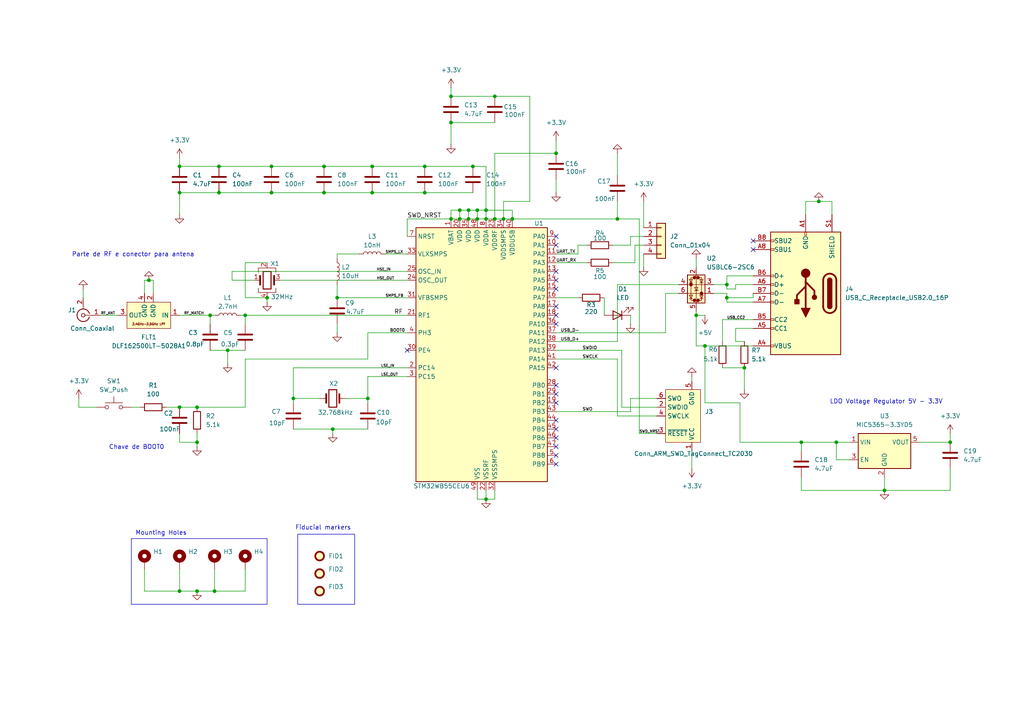
<source format=kicad_sch>
(kicad_sch (version 20231120) (generator "eeschema") (generator_version "8.0")
  (paper "A4")
  (title_block (title "Placa Bluetooth STM32WB55CEU6") (date "2024-10-28") (rev "1") (company "André Marantes"))
  (lib_symbols
    (symbol "BluetoothBoardSTM32_SchematicSymbols:DLF162500LT-5028A1"
      (property "Reference" "FLT" (at -2.286 5.588 0))
      (property "Value" "DLF162500LT-5028A1" (at -1.524 3.81 0))
      (symbol "DLF162500LT-5028A1_0_0"
        (pin passive line (at -11.43 -1.27 0) (length 2.54) (name "IN") (number "1"))
        (pin passive line (at -3.81 -7.62 90) (length 2.54) (name "GND") (number "2"))
        (pin passive line (at 6.35 -1.27 180) (length 2.54) (name "OUT") (number "3"))
        (pin passive line (at -1.27 -7.62 90) (length 2.54) (name "GND") (number "4"))
      )
      (symbol "DLF162500LT-5028A1_1_1"
        (text "2.4GHz-2.5GHz LPF" (at -2.54 1.27 0) (effects (font (size 0.635 0.635))))
      )
    )
    (symbol "Connector:Conn_ARM_SWD_TagConnect_TC2030" (in_bom no)
      (property "Reference" "J" (at 2.54 11.43 0))
      (property "Value" "Conn_ARM_SWD_TagConnect_TC2030" (at 5.08 8.89 0))
      (symbol "Conn_ARM_SWD_TagConnect_TC2030_0_0"
        (pin power_in line (at -2.54 10.16 270) (length 2.54) (name "VCC") (number "1"))
        (pin bidirectional line (at 7.62 -2.54 180) (length 2.54) (name "SWDIO") (number "2"))
        (pin open_collector line (at 7.62 5.08 180) (length 2.54) (name "~{RESET}") (number "3"))
        (pin output line (at 7.62 0 180) (length 2.54) (name "SWCLK") (number "4"))
        (pin power_in line (at -2.54 -10.16 90) (length 2.54) (name "GND") (number "5"))
        (pin input line (at 7.62 -5.08 180) (length 2.54) (name "SWO") (number "6"))
      )
    )
    (symbol "Connector:Conn_Coaxial" (pin_names (offset 1.016) hide)
      (property "Reference" "J" (at 0.254 3.048 0))
      (property "Value" "Conn_Coaxial" (at 2.921 0 90))
      (symbol "Conn_Coaxial_1_1"
        (pin passive line (at -5.08 0 0) (length 2.54) (name "In") (number "1"))
        (pin passive line (at 0 -5.08 90) (length 2.54) (name "Ext") (number "2"))
      )
    )
    (symbol "Connector:USB_C_Receptacle_USB2.0_16P" (pin_names (offset 1.016))
      (property "Reference" "J" (at 0 22.225 0))
      (property "Value" "USB_C_Receptacle_USB2.0_16P" (at 0 19.685 0))
      (symbol "USB_C_Receptacle_USB2.0_16P_1_1"
        (pin passive line (at 0 -22.86 90) (length 5.08) (name "GND") (number "A1"))
        (pin passive line (at 0 -22.86 90) (length 5.08) hide (name "GND") (number "A12"))
        (pin passive line (at 15.24 15.24 180) (length 5.08) (name "VBUS") (number "A4"))
        (pin bidirectional line (at 15.24 10.16 180) (length 5.08) (name "CC1") (number "A5"))
        (pin bidirectional line (at 15.24 -2.54 180) (length 5.08) (name "D+") (number "A6"))
        (pin bidirectional line (at 15.24 2.54 180) (length 5.08) (name "D-") (number "A7"))
        (pin bidirectional line (at 15.24 -12.7 180) (length 5.08) (name "SBU1") (number "A8"))
        (pin passive line (at 15.24 15.24 180) (length 5.08) hide (name "VBUS") (number "A9"))
        (pin passive line (at 0 -22.86 90) (length 5.08) hide (name "GND") (number "B1"))
        (pin passive line (at 0 -22.86 90) (length 5.08) hide (name "GND") (number "B12"))
        (pin passive line (at 15.24 15.24 180) (length 5.08) hide (name "VBUS") (number "B4"))
        (pin bidirectional line (at 15.24 7.62 180) (length 5.08) (name "CC2") (number "B5"))
        (pin bidirectional line (at 15.24 -5.08 180) (length 5.08) (name "D+") (number "B6"))
        (pin bidirectional line (at 15.24 0 180) (length 5.08) (name "D-") (number "B7"))
        (pin bidirectional line (at 15.24 -15.24 180) (length 5.08) (name "SBU2") (number "B8"))
        (pin passive line (at 15.24 15.24 180) (length 5.08) hide (name "VBUS") (number "B9"))
        (pin passive line (at -7.62 -22.86 90) (length 5.08) (name "SHIELD") (number "S1"))
      )
    )
    (symbol "Connector_Generic:Conn_01x04" (pin_names (offset 1.016) hide)
      (property "Reference" "J" (at 0 5.08 0))
      (property "Value" "Conn_01x04" (at 0 -7.62 0))
      (symbol "Conn_01x04_1_1"
        (pin passive line (at -5.08 2.54 0) (length 3.81) (name "Pin_1") (number "1"))
        (pin passive line (at -5.08 0 0) (length 3.81) (name "Pin_2") (number "2"))
        (pin passive line (at -5.08 -2.54 0) (length 3.81) (name "Pin_3") (number "3"))
        (pin passive line (at -5.08 -5.08 0) (length 3.81) (name "Pin_4") (number "4"))
      )
    )
    (symbol "Device:C" (pin_numbers hide) (pin_names (offset 0.254))
      (property "Reference" "C" (at 0.635 2.54 0))
      (property "Value" "C" (at 0.635 -2.54 0))
      (symbol "C_1_1"
        (pin passive line (at 0 3.81 270) (length 2.794) (name "~") (number "1"))
        (pin passive line (at 0 -3.81 90) (length 2.794) (name "~") (number "2"))
      )
    )
    (symbol "Device:Crystal" (pin_numbers hide) (pin_names (offset 1.016) hide)
      (property "Reference" "Y" (at 0 3.81 0))
      (property "Value" "Crystal" (at 0 -3.81 0))
      (symbol "Crystal_1_1"
        (pin passive line (at -3.81 0 0) (length 1.27) (name "1") (number "1"))
        (pin passive line (at 3.81 0 180) (length 1.27) (name "2") (number "2"))
      )
    )
    (symbol "Device:Crystal_GND24" (pin_names (offset 1.016) hide)
      (property "Reference" "Y" (at 3.175 5.08 0))
      (property "Value" "Crystal_GND24" (at 3.175 3.175 0))
      (symbol "Crystal_GND24_1_1"
        (pin passive line (at -3.81 0 0) (length 1.27) (name "1") (number "1"))
        (pin passive line (at 0 5.08 270) (length 1.27) (name "2") (number "2"))
        (pin passive line (at 3.81 0 180) (length 1.27) (name "3") (number "3"))
        (pin passive line (at 0 -5.08 90) (length 1.27) (name "4") (number "4"))
      )
    )
    (symbol "Device:L" (pin_numbers hide) (pin_names (offset 1.016) hide)
      (property "Reference" "L" (at -1.27 0 90))
      (property "Value" "L" (at 1.905 0 90))
      (symbol "L_1_1"
        (pin passive line (at 0 3.81 270) (length 1.27) (name "1") (number "1"))
        (pin passive line (at 0 -3.81 90) (length 1.27) (name "2") (number "2"))
      )
    )
    (symbol "Device:LED" (pin_numbers hide) (pin_names (offset 1.016) hide)
      (property "Reference" "D" (at 0 2.54 0))
      (property "Value" "LED" (at 0 -2.54 0))
      (symbol "LED_1_1"
        (pin passive line (at -3.81 0 0) (length 2.54) (name "K") (number "1"))
        (pin passive line (at 3.81 0 180) (length 2.54) (name "A") (number "2"))
      )
    )
    (symbol "Device:R" (pin_numbers hide) (pin_names (offset 0))
      (property "Reference" "R" (at 2.032 0 90))
      (property "Value" "R" (at 0 0 90))
      (symbol "R_1_1"
        (pin passive line (at 0 3.81 270) (length 1.27) (name "~") (number "1"))
        (pin passive line (at 0 -3.81 90) (length 1.27) (name "~") (number "2"))
      )
    )
    (symbol "MCU_ST_STM32WB:STM32WB55CEUx"
      (property "Reference" "U" (at -17.78 39.37 0))
      (property "Value" "STM32WB55CEUx" (at 12.7 39.37 0))
      (symbol "STM32WB55CEUx_1_1"
        (pin power_in line (at -7.62 40.64 270) (length 2.54) (name "VBAT") (number "1"))
        (pin bidirectional line (at 22.86 33.02 180) (length 2.54) (name "PA1") (number "10"))
        (pin bidirectional line (at 22.86 30.48 180) (length 2.54) (name "PA2") (number "11"))
        (pin bidirectional line (at 22.86 27.94 180) (length 2.54) (name "PA3") (number "12"))
        (pin bidirectional line (at 22.86 25.4 180) (length 2.54) (name "PA4") (number "13"))
        (pin bidirectional line (at 22.86 22.86 180) (length 2.54) (name "PA5") (number "14"))
        (pin bidirectional line (at 22.86 20.32 180) (length 2.54) (name "PA6") (number "15"))
        (pin bidirectional line (at 22.86 17.78 180) (length 2.54) (name "PA7") (number "16"))
        (pin bidirectional line (at 22.86 15.24 180) (length 2.54) (name "PA8") (number "17"))
        (pin bidirectional line (at 22.86 12.7 180) (length 2.54) (name "PA9") (number "18"))
        (pin bidirectional line (at 22.86 -12.7 180) (length 2.54) (name "PB2") (number "19"))
        (pin bidirectional line (at -20.32 -2.54 0) (length 2.54) (name "PC14") (number "2"))
        (pin power_in line (at -5.08 40.64 270) (length 2.54) (name "VDD") (number "20"))
        (pin bidirectional line (at -20.32 12.7 0) (length 2.54) (name "RF1") (number "21"))
        (pin power_in line (at 2.54 -38.1 90) (length 2.54) (name "VSSRF") (number "22"))
        (pin power_in line (at 5.08 40.64 270) (length 2.54) (name "VDDRF") (number "23"))
        (pin input line (at -20.32 22.86 0) (length 2.54) (name "OSC_OUT") (number "24"))
        (pin input line (at -20.32 25.4 0) (length 2.54) (name "OSC_IN") (number "25"))
        (pin no_connect line (at -17.78 -35.56 0) (length 2.54) hide (name "AT0") (number "26"))
        (pin no_connect line (at -17.78 -33.02 0) (length 2.54) hide (name "AT1") (number "27"))
        (pin bidirectional line (at 22.86 -7.62 180) (length 2.54) (name "PB0") (number "28"))
        (pin bidirectional line (at 22.86 -10.16 180) (length 2.54) (name "PB1") (number "29"))
        (pin bidirectional line (at -20.32 -5.08 0) (length 2.54) (name "PC15") (number "3"))
        (pin bidirectional line (at -20.32 2.54 0) (length 2.54) (name "PE4") (number "30"))
        (pin input line (at -20.32 17.78 0) (length 2.54) (name "VFBSMPS") (number "31"))
        (pin power_in line (at 5.08 -38.1 90) (length 2.54) (name "VSSSMPS") (number "32"))
        (pin power_in line (at -20.32 30.48 0) (length 2.54) (name "VLXSMPS") (number "33"))
        (pin power_in line (at 7.62 40.64 270) (length 2.54) (name "VDDSMPS") (number "34"))
        (pin power_in line (at -2.54 40.64 270) (length 2.54) (name "VDD") (number "35"))
        (pin bidirectional line (at 22.86 10.16 180) (length 2.54) (name "PA10") (number "36"))
        (pin bidirectional line (at 22.86 7.62 180) (length 2.54) (name "PA11") (number "37"))
        (pin bidirectional line (at 22.86 5.08 180) (length 2.54) (name "PA12") (number "38"))
        (pin bidirectional line (at 22.86 2.54 180) (length 2.54) (name "PA13") (number "39"))
        (pin bidirectional line (at -20.32 7.62 0) (length 2.54) (name "PH3") (number "4"))
        (pin power_in line (at 10.16 40.64 270) (length 2.54) (name "VDDUSB") (number "40"))
        (pin bidirectional line (at 22.86 0 180) (length 2.54) (name "PA14") (number "41"))
        (pin bidirectional line (at 22.86 -2.54 180) (length 2.54) (name "PA15") (number "42"))
        (pin bidirectional line (at 22.86 -15.24 180) (length 2.54) (name "PB3") (number "43"))
        (pin bidirectional line (at 22.86 -17.78 180) (length 2.54) (name "PB4") (number "44"))
        (pin bidirectional line (at 22.86 -20.32 180) (length 2.54) (name "PB5") (number "45"))
        (pin bidirectional line (at 22.86 -22.86 180) (length 2.54) (name "PB6") (number "46"))
        (pin bidirectional line (at 22.86 -25.4 180) (length 2.54) (name "PB7") (number "47"))
        (pin power_in line (at 0 40.64 270) (length 2.54) (name "VDD") (number "48"))
        (pin power_in line (at 0 -38.1 90) (length 2.54) (name "VSS") (number "49"))
        (pin bidirectional line (at 22.86 -27.94 180) (length 2.54) (name "PB8") (number "5"))
        (pin bidirectional line (at 22.86 -30.48 180) (length 2.54) (name "PB9") (number "6"))
        (pin input line (at -20.32 35.56 0) (length 2.54) (name "NRST") (number "7"))
        (pin power_in line (at 2.54 40.64 270) (length 2.54) (name "VDDA") (number "8"))
        (pin bidirectional line (at 22.86 35.56 180) (length 2.54) (name "PA0") (number "9"))
      )
    )
    (symbol "Mechanical:Fiducial" (exclude_from_sim yes) (in_bom no)
      (property "Reference" "FID" (at 0 5.08 0))
      (property "Value" "Fiducial" (at 0 3.175 0))
    )
    (symbol "Mechanical:MountingHole_Pad" (pin_numbers hide) (pin_names (offset 1.016) hide) (exclude_from_sim yes) (in_bom no)
      (property "Reference" "H" (at 0 6.35 0))
      (property "Value" "MountingHole_Pad" (at 0 4.445 0))
      (symbol "MountingHole_Pad_1_1"
        (pin input line (at 0 -2.54 90) (length 2.54) (name "1") (number "1"))
      )
    )
    (symbol "Power_Protection:USBLC6-2SC6" (pin_names hide)
      (property "Reference" "U" (at 0.635 5.715 0))
      (property "Value" "USBLC6-2SC6" (at 0.635 3.81 0))
      (symbol "USBLC6-2SC6_1_1"
        (pin passive line (at -5.08 0 0) (length 2.54) (name "I/O1") (number "1"))
        (pin passive line (at 0 -7.62 90) (length 2.54) (name "GND") (number "2"))
        (pin passive line (at -5.08 -2.54 0) (length 2.54) (name "I/O2") (number "3"))
        (pin passive line (at 5.08 -2.54 180) (length 2.54) (name "I/O2") (number "4"))
        (pin passive line (at 0 5.08 270) (length 2.54) (name "VBUS") (number "5"))
        (pin passive line (at 5.08 0 180) (length 2.54) (name "I/O1") (number "6"))
      )
    )
    (symbol "Regulator_Linear:MIC5365-3.3YD5"
      (property "Reference" "U" (at -7.62 6.35 0))
      (property "Value" "MIC5365-3.3YD5" (at 0 6.35 0))
      (symbol "MIC5365-3.3YD5_1_1"
        (pin power_in line (at -10.16 2.54 0) (length 2.54) (name "VIN") (number "1"))
        (pin power_in line (at 0 -7.62 90) (length 2.54) (name "GND") (number "2"))
        (pin input line (at -10.16 -2.54 0) (length 2.54) (name "EN") (number "3"))
        (pin no_connect line (at 7.62 -2.54 180) (length 2.54) hide (name "NC") (number "4"))
        (pin power_out line (at 10.16 2.54 180) (length 2.54) (name "VOUT") (number "5"))
      )
    )
    (symbol "Switch:SW_Push" (pin_numbers hide) (pin_names (offset 1.016) hide)
      (property "Reference" "SW" (at 1.27 2.54 0))
      (property "Value" "SW_Push" (at 0 -1.524 0))
      (symbol "SW_Push_0_1"
        (pin passive line (at -5.08 0 0) (length 2.54) (name "1") (number "1"))
        (pin passive line (at 5.08 0 180) (length 2.54) (name "2") (number "2"))
      )
    )
    (symbol "power:+3.3V" (power) (pin_numbers hide) (pin_names (offset 0) hide)
      (property "Value" "+3.3V" (at 0 3.556 0))
      (symbol "+3.3V_1_1"
        (pin power_in line (at 0 0 90) (length 0) (name "~") (number "1"))
      )
    )
    (symbol "power:+5V" (power) (pin_numbers hide) (pin_names (offset 0) hide)
      (property "Value" "+5V" (at 0 3.556 0))
      (symbol "+5V_1_1"
        (pin power_in line (at 0 0 90) (length 0) (name "~") (number "1"))
      )
    )
    (symbol "power:GND" (power) (pin_numbers hide) (pin_names (offset 0) hide)
      (property "Value" "GND" (at 0 -3.81 0))
      (symbol "GND_1_1"
        (pin power_in line (at 0 0 270) (length 0) (name "~") (number "1"))
      )
    )
  )
  (junction (at 133.35 63.5))
  (junction (at 148.59 63.5))
  (junction (at 143.51 63.5))
  (junction (at 138.43 60.96))
  (junction (at 62.23 171.45))
  (junction (at 146.05 63.5))
  (junction (at 78.74 48.26))
  (junction (at 85.09 115.57))
  (junction (at 275.59 128.27))
  (junction (at 130.81 27.94))
  (junction (at 57.15 118.11))
  (junction (at 93.98 48.26))
  (junction (at 232.41 128.27))
  (junction (at 52.07 118.11))
  (junction (at 210.82 82.55))
  (junction (at 71.12 91.44))
  (junction (at 215.9 106.68))
  (junction (at 179.07 63.5))
  (junction (at 60.96 91.44))
  (junction (at 135.89 63.5))
  (junction (at 137.16 48.26))
  (junction (at 143.51 27.94))
  (junction (at 93.98 55.88))
  (junction (at 135.89 60.96))
  (junction (at 130.81 35.56))
  (junction (at 130.81 63.5))
  (junction (at 57.15 128.27))
  (junction (at 133.35 60.96))
  (junction (at 237.49 58.42))
  (junction (at 140.97 144.78))
  (junction (at 97.79 86.36))
  (junction (at 52.07 55.88))
  (junction (at 256.54 142.24))
  (junction (at 204.47 100.33))
  (junction (at 107.95 55.88))
  (junction (at 123.19 55.88))
  (junction (at 123.19 48.26))
  (junction (at 138.43 63.5))
  (junction (at 78.74 55.88))
  (junction (at 96.52 124.46))
  (junction (at 161.29 44.45))
  (junction (at 242.57 128.27))
  (junction (at 107.95 48.26))
  (junction (at 63.5 48.26))
  (junction (at 201.93 91.44))
  (junction (at 52.07 171.45))
  (junction (at 52.07 48.26))
  (junction (at 140.97 63.5))
  (junction (at 106.68 115.57))
  (junction (at 77.47 86.36))
  (junction (at 140.97 60.96))
  (junction (at 57.15 171.45))
  (junction (at 43.18 81.28))
  (junction (at 63.5 55.88))
  (junction (at 210.82 86.36))
  (junction (at 66.04 101.6))
  (no_connect (at 161.29 111.76))
  (no_connect (at 161.29 106.68))
  (no_connect (at 161.29 124.46))
  (no_connect (at 161.29 132.08))
  (no_connect (at 161.29 134.62))
  (no_connect (at 161.29 93.98))
  (no_connect (at 161.29 114.3))
  (no_connect (at 161.29 81.28))
  (no_connect (at 218.44 72.39))
  (no_connect (at 161.29 71.12))
  (no_connect (at 161.29 116.84))
  (no_connect (at 218.44 69.85))
  (no_connect (at 161.29 78.74))
  (no_connect (at 161.29 129.54))
  (no_connect (at 161.29 68.58))
  (no_connect (at 161.29 121.92))
  (no_connect (at 161.29 83.82))
  (no_connect (at 161.29 127))
  (no_connect (at 118.11 101.6))
  (no_connect (at 161.29 91.44))
  (no_connect (at 161.29 88.9))
  (wire (pts (xy 193.04 85.09) (xy 193.04 96.52)))
  (wire (pts (xy 130.81 25.4) (xy 130.81 27.94)))
  (wire (pts (xy 179.07 58.42) (xy 179.07 63.5)))
  (wire (pts (xy 180.34 118.11) (xy 190.5 118.11)))
  (wire (pts (xy 71.12 91.44) (xy 118.11 91.44)))
  (wire (pts (xy 93.98 48.26) (xy 107.95 48.26)))
  (wire (pts (xy 97.79 74.93) (xy 97.79 73.66)))
  (wire (pts (xy 161.29 96.52) (xy 193.04 96.52)))
  (wire (pts (xy 148.59 63.5) (xy 179.07 63.5)))
  (wire (pts (xy 140.97 48.26) (xy 137.16 48.26)))
  (wire (pts (xy 85.09 124.46) (xy 96.52 124.46)))
  (wire (pts (xy 182.88 68.58) (xy 186.69 68.58)))
  (wire (pts (xy 81.28 81.28) (xy 118.11 81.28)))
  (wire (pts (xy 52.07 125.73) (xy 52.07 128.27)))
  (wire (pts (xy 167.64 71.12) (xy 170.18 71.12)))
  (wire (pts (xy 52.07 91.44) (xy 60.96 91.44)))
  (wire (pts (xy 186.69 73.66) (xy 186.69 77.47)))
  (wire (pts (xy 135.89 60.96) (xy 135.89 63.5)))
  (wire (pts (xy 214.63 128.27) (xy 232.41 128.27)))
  (wire (pts (xy 213.36 95.25) (xy 218.44 95.25)))
  (wire (pts (xy 201.93 100.33) (xy 204.47 100.33)))
  (wire (pts (xy 161.29 73.66) (xy 167.64 73.66)))
  (wire (pts (xy 148.59 63.5) (xy 148.59 60.96)))
  (wire (pts (xy 218.44 86.36) (xy 218.44 85.09)))
  (wire (pts (xy 161.29 52.07) (xy 161.29 55.88)))
  (wire (pts (xy 118.11 63.5) (xy 130.81 63.5)))
  (wire (pts (xy 62.23 171.45) (xy 71.12 171.45)))
  (wire (pts (xy 97.79 86.36) (xy 118.11 86.36)))
  (wire (pts (xy 97.79 73.66) (xy 104.14 73.66)))
  (wire (pts (xy 60.96 91.44) (xy 62.23 91.44)))
  (wire (pts (xy 210.82 80.01) (xy 210.82 82.55)))
  (wire (pts (xy 69.85 91.44) (xy 71.12 91.44)))
  (wire (pts (xy 52.07 171.45) (xy 57.15 171.45)))
  (wire (pts (xy 41.91 165.1) (xy 41.91 171.45)))
  (wire (pts (xy 38.1 118.11) (xy 40.64 118.11)))
  (wire (pts (xy 213.36 82.55) (xy 218.44 82.55)))
  (wire (pts (xy 77.47 87.63) (xy 77.47 86.36)))
  (wire (pts (xy 52.07 55.88) (xy 52.07 62.23)))
  (wire (pts (xy 184.15 76.2) (xy 184.15 71.12)))
  (wire (pts (xy 52.07 45.72) (xy 52.07 48.26)))
  (wire (pts (xy 209.55 99.06) (xy 209.55 92.71)))
  (wire (pts (xy 215.9 113.03) (xy 215.9 106.68)))
  (wire (pts (xy 143.51 44.45) (xy 143.51 63.5)))
  (wire (pts (xy 210.82 86.36) (xy 218.44 86.36)))
  (wire (pts (xy 135.89 60.96) (xy 138.43 60.96)))
  (wire (pts (xy 67.31 78.74) (xy 67.31 81.28)))
  (wire (pts (xy 179.07 82.55) (xy 196.85 82.55)))
  (wire (pts (xy 85.09 106.68) (xy 85.09 115.57)))
  (wire (pts (xy 182.88 91.44) (xy 182.88 93.98)))
  (wire (pts (xy 210.82 82.55) (xy 210.82 83.82)))
  (wire (pts (xy 62.23 165.1) (xy 62.23 171.45)))
  (wire (pts (xy 210.82 85.09) (xy 210.82 86.36)))
  (wire (pts (xy 140.97 63.5) (xy 143.51 63.5)))
  (wire (pts (xy 71.12 165.1) (xy 71.12 171.45)))
  (wire (pts (xy 185.42 63.5) (xy 185.42 125.73)))
  (wire (pts (xy 232.41 128.27) (xy 242.57 128.27)))
  (wire (pts (xy 146.05 63.5) (xy 148.59 63.5)))
  (wire (pts (xy 106.68 109.22) (xy 118.11 109.22)))
  (wire (pts (xy 63.5 55.88) (xy 63.5 54.61)))
  (wire (pts (xy 161.29 119.38) (xy 182.88 119.38)))
  (wire (pts (xy 207.01 82.55) (xy 210.82 82.55)))
  (wire (pts (xy 52.07 118.11) (xy 57.15 118.11)))
  (wire (pts (xy 201.93 74.93) (xy 201.93 77.47)))
  (wire (pts (xy 138.43 63.5) (xy 140.97 63.5)))
  (wire (pts (xy 52.07 55.88) (xy 63.5 55.88)))
  (wire (pts (xy 233.68 58.42) (xy 237.49 58.42)))
  (wire (pts (xy 57.15 128.27) (xy 57.15 129.54)))
  (wire (pts (xy 204.47 100.33) (xy 218.44 100.33)))
  (wire (pts (xy 100.33 115.57) (xy 106.68 115.57)))
  (wire (pts (xy 180.34 101.6) (xy 180.34 118.11)))
  (wire (pts (xy 63.5 48.26) (xy 78.74 48.26)))
  (wire (pts (xy 215.9 99.06) (xy 213.36 99.06)))
  (wire (pts (xy 63.5 55.88) (xy 78.74 55.88)))
  (wire (pts (xy 41.91 85.09) (xy 41.91 81.28)))
  (wire (pts (xy 161.29 104.14) (xy 179.07 104.14)))
  (wire (pts (xy 161.29 99.06) (xy 179.07 99.06)))
  (wire (pts (xy 214.63 116.84) (xy 214.63 128.27)))
  (wire (pts (xy 71.12 86.36) (xy 77.47 86.36)))
  (wire (pts (xy 275.59 135.89) (xy 275.59 142.24)))
  (wire (pts (xy 133.35 60.96) (xy 130.81 60.96)))
  (wire (pts (xy 97.79 93.98) (xy 97.79 96.52)))
  (wire (pts (xy 201.93 91.44) (xy 204.47 91.44)))
  (wire (pts (xy 107.95 48.26) (xy 123.19 48.26)))
  (wire (pts (xy 57.15 118.11) (xy 71.12 118.11)))
  (wire (pts (xy 275.59 125.73) (xy 275.59 128.27)))
  (wire (pts (xy 140.97 60.96) (xy 140.97 48.26)))
  (wire (pts (xy 218.44 80.01) (xy 210.82 80.01)))
  (wire (pts (xy 106.68 116.84) (xy 106.68 115.57)))
  (wire (pts (xy 201.93 90.17) (xy 201.93 91.44)))
  (wire (pts (xy 44.45 85.09) (xy 44.45 81.28)))
  (wire (pts (xy 135.89 63.5) (xy 138.43 63.5)))
  (wire (pts (xy 57.15 125.73) (xy 57.15 128.27)))
  (wire (pts (xy 60.96 93.98) (xy 60.96 91.44)))
  (wire (pts (xy 232.41 130.81) (xy 232.41 128.27)))
  (wire (pts (xy 106.68 115.57) (xy 106.68 109.22)))
  (wire (pts (xy 118.11 68.58) (xy 118.11 63.5)))
  (wire (pts (xy 200.66 109.22) (xy 200.66 110.49)))
  (wire (pts (xy 179.07 82.55) (xy 179.07 99.06)))
  (wire (pts (xy 130.81 35.56) (xy 143.51 35.56)))
  (wire (pts (xy 138.43 142.24) (xy 138.43 144.78)))
  (wire (pts (xy 179.07 104.14) (xy 179.07 120.65)))
  (wire (pts (xy 209.55 106.68) (xy 215.9 106.68)))
  (wire (pts (xy 167.64 73.66) (xy 167.64 71.12)))
  (wire (pts (xy 135.89 60.96) (xy 133.35 60.96)))
  (wire (pts (xy 48.26 118.11) (xy 52.07 118.11)))
  (wire (pts (xy 232.41 142.24) (xy 256.54 142.24)))
  (wire (pts (xy 138.43 144.78) (xy 140.97 144.78)))
  (wire (pts (xy 146.05 58.42) (xy 146.05 63.5)))
  (wire (pts (xy 67.31 81.28) (xy 73.66 81.28)))
  (wire (pts (xy 78.74 48.26) (xy 93.98 48.26)))
  (wire (pts (xy 161.29 40.64) (xy 161.29 44.45)))
  (wire (pts (xy 96.52 124.46) (xy 96.52 125.73)))
  (wire (pts (xy 130.81 27.94) (xy 143.51 27.94)))
  (wire (pts (xy 96.52 124.46) (xy 106.68 124.46)))
  (wire (pts (xy 140.97 60.96) (xy 140.97 63.5)))
  (wire (pts (xy 41.91 81.28) (xy 43.18 81.28)))
  (wire (pts (xy 143.51 142.24) (xy 143.51 144.78)))
  (wire (pts (xy 207.01 85.09) (xy 210.82 85.09)))
  (wire (pts (xy 161.29 101.6) (xy 180.34 101.6)))
  (wire (pts (xy 209.55 92.71) (xy 218.44 92.71)))
  (wire (pts (xy 201.93 91.44) (xy 201.93 100.33)))
  (wire (pts (xy 138.43 60.96) (xy 140.97 60.96)))
  (wire (pts (xy 71.12 93.98) (xy 71.12 91.44)))
  (wire (pts (xy 44.45 81.28) (xy 43.18 81.28)))
  (wire (pts (xy 29.21 91.44) (xy 34.29 91.44)))
  (wire (pts (xy 200.66 130.81) (xy 200.66 135.89)))
  (wire (pts (xy 41.91 171.45) (xy 52.07 171.45)))
  (wire (pts (xy 182.88 115.57) (xy 190.5 115.57)))
  (wire (pts (xy 133.35 63.5) (xy 135.89 63.5)))
  (wire (pts (xy 93.98 55.88) (xy 107.95 55.88)))
  (wire (pts (xy 175.26 86.36) (xy 175.26 91.44)))
  (wire (pts (xy 153.67 27.94) (xy 153.67 58.42)))
  (wire (pts (xy 210.82 87.63) (xy 210.82 86.36)))
  (wire (pts (xy 24.13 83.82) (xy 24.13 86.36)))
  (wire (pts (xy 204.47 100.33) (xy 204.47 116.84)))
  (wire (pts (xy 184.15 71.12) (xy 186.69 71.12)))
  (wire (pts (xy 213.36 99.06) (xy 213.36 95.25)))
  (wire (pts (xy 241.3 62.23) (xy 241.3 58.42)))
  (wire (pts (xy 233.68 62.23) (xy 233.68 58.42)))
  (wire (pts (xy 130.81 60.96) (xy 130.81 63.5)))
  (wire (pts (xy 242.57 133.35) (xy 242.57 128.27)))
  (wire (pts (xy 66.04 101.6) (xy 71.12 101.6)))
  (wire (pts (xy 179.07 63.5) (xy 185.42 63.5)))
  (wire (pts (xy 52.07 48.26) (xy 63.5 48.26)))
  (wire (pts (xy 266.7 128.27) (xy 275.59 128.27)))
  (wire (pts (xy 66.04 101.6) (xy 66.04 105.41)))
  (wire (pts (xy 138.43 60.96) (xy 138.43 63.5)))
  (wire (pts (xy 118.11 96.52) (xy 106.68 96.52)))
  (wire (pts (xy 118.11 78.74) (xy 67.31 78.74)))
  (wire (pts (xy 204.47 116.84) (xy 214.63 116.84)))
  (wire (pts (xy 133.35 63.5) (xy 133.35 60.96)))
  (wire (pts (xy 218.44 87.63) (xy 210.82 87.63)))
  (wire (pts (xy 177.8 76.2) (xy 184.15 76.2)))
  (wire (pts (xy 213.36 83.82) (xy 213.36 82.55)))
  (wire (pts (xy 275.59 142.24) (xy 256.54 142.24)))
  (wire (pts (xy 52.07 128.27) (xy 57.15 128.27)))
  (wire (pts (xy 256.54 138.43) (xy 256.54 142.24)))
  (wire (pts (xy 177.8 71.12) (xy 182.88 71.12)))
  (wire (pts (xy 107.95 55.88) (xy 123.19 55.88)))
  (wire (pts (xy 71.12 76.2) (xy 71.12 86.36)))
  (wire (pts (xy 179.07 120.65) (xy 190.5 120.65)))
  (wire (pts (xy 161.29 76.2) (xy 170.18 76.2)))
  (wire (pts (xy 182.88 119.38) (xy 182.88 115.57)))
  (wire (pts (xy 185.42 125.73) (xy 190.5 125.73)))
  (wire (pts (xy 71.12 104.14) (xy 106.68 104.14)))
  (wire (pts (xy 71.12 76.2) (xy 77.47 76.2)))
  (wire (pts (xy 246.38 133.35) (xy 242.57 133.35)))
  (wire (pts (xy 161.29 44.45) (xy 143.51 44.45)))
  (wire (pts (xy 57.15 171.45) (xy 62.23 171.45)))
  (wire (pts (xy 179.07 50.8) (xy 179.07 44.45)))
  (wire (pts (xy 140.97 142.24) (xy 140.97 144.78)))
  (wire (pts (xy 85.09 115.57) (xy 92.71 115.57)))
  (wire (pts (xy 242.57 128.27) (xy 246.38 128.27)))
  (wire (pts (xy 22.86 115.57) (xy 22.86 118.11)))
  (wire (pts (xy 193.04 85.09) (xy 196.85 85.09)))
  (wire (pts (xy 78.74 55.88) (xy 93.98 55.88)))
  (wire (pts (xy 85.09 106.68) (xy 118.11 106.68)))
  (wire (pts (xy 97.79 82.55) (xy 97.79 86.36)))
  (wire (pts (xy 161.29 86.36) (xy 167.64 86.36)))
  (wire (pts (xy 148.59 60.96) (xy 140.97 60.96)))
  (wire (pts (xy 111.76 73.66) (xy 118.11 73.66)))
  (wire (pts (xy 123.19 48.26) (xy 137.16 48.26)))
  (wire (pts (xy 143.51 27.94) (xy 153.67 27.94)))
  (wire (pts (xy 143.51 144.78) (xy 140.97 144.78)))
  (wire (pts (xy 143.51 63.5) (xy 146.05 63.5)))
  (wire (pts (xy 130.81 35.56) (xy 130.81 41.91)))
  (wire (pts (xy 85.09 115.57) (xy 85.09 116.84)))
  (wire (pts (xy 106.68 96.52) (xy 106.68 104.14)))
  (wire (pts (xy 22.86 118.11) (xy 27.94 118.11)))
  (wire (pts (xy 241.3 58.42) (xy 237.49 58.42)))
  (wire (pts (xy 71.12 104.14) (xy 71.12 118.11)))
  (wire (pts (xy 210.82 83.82) (xy 213.36 83.82)))
  (wire (pts (xy 123.19 55.88) (xy 137.16 55.88)))
  (wire (pts (xy 182.88 71.12) (xy 182.88 68.58)))
  (wire (pts (xy 153.67 58.42) (xy 146.05 58.42)))
  (wire (pts (xy 232.41 138.43) (xy 232.41 142.24)))
  (wire (pts (xy 52.07 165.1) (xy 52.07 171.45)))
  (wire (pts (xy 60.96 101.6) (xy 66.04 101.6)))
  (wire (pts (xy 130.81 63.5) (xy 133.35 63.5)))
  (wire (pts (xy 186.69 66.04) (xy 186.69 58.42)))
  (text_box "" (at 86.36 154.94 0) (size 16.51 20.32) (effects (font (size 1.27 1.27)) (justify left top)))
  (text_box "" (at 38.1 156.21 0) (size 39.37 19.05) (effects (font (size 1.27 1.27)) (justify left top)))
  (text "Mounting Holes" (at 46.736 154.686 0) (effects (font (size 1.27 1.27))))
  (text "Chave de BOOT0" (at 39.624 129.794 0) (effects (font (size 1.27 1.27))))
  (text "LDO Voltage Regulator 5V - 3.3V\n" (at 257.048 116.586 0) (effects (font (size 1.27 1.27))))
  (text "Fiducial markers" (at 93.726 153.162 0) (effects (font (size 1.27 1.27))))
  (text "Parte de RF e conector para antena" (at 38.608 73.914 0) (effects (font (size 1.27 1.27))))
  (label "USB_CC2" (at 210.82 92.71 0) (effects (font (size 0.762 0.762))))
  (label "RF_MATCH" (at 53.34 91.44 0) (effects (font (size 0.762 0.762))))
  (label "SWCLK" (at 168.91 104.14 0) (effects (font (size 0.889 0.889))))
  (label "UART_RX" (at 161.29 76.2 0) (effects (font (size 0.889 0.889))))
  (label "SMPS_LX" (at 111.76 73.66 0) (effects (font (size 0.762 0.762))))
  (label "SWO" (at 168.91 119.38 0) (effects (font (size 0.889 0.889))))
  (label "USB_D-" (at 162.56 96.52 0) (effects (font (size 0.889 0.889))))
  (label "HSE_OUT" (at 109.22 81.28 0) (effects (font (size 0.762 0.762))))
  (label "RF_ANT" (at 29.21 91.44 0) (effects (font (size 0.762 0.762))))
  (label "HSE_IN" (at 109.22 78.74 0) (effects (font (size 0.762 0.762))))
  (label "LSE_OUT" (at 110.49 109.22 0) (effects (font (size 0.762 0.762))))
  (label "SMPS_FB" (at 111.76 86.36 0) (effects (font (size 0.762 0.762))))
  (label "BOOT0" (at 113.03 96.52 0) (effects (font (size 0.889 0.889))))
  (label "RF" (at 114.3 91.44 0))
  (label "LSE_IN" (at 110.49 106.68 0) (effects (font (size 0.762 0.762))))
  (label "SWD_NRST" (at 118.11 63.5 0))
  (label "SWDIO" (at 168.91 101.6 0) (effects (font (size 0.889 0.889))))
  (label "UART_TX" (at 161.29 73.66 0) (effects (font (size 0.889 0.889))))
  (label "SWD_NRST" (at 185.42 125.73 0) (effects (font (size 0.762 0.762))))
  (label "USB_D+" (at 162.56 99.06 0) (effects (font (size 0.889 0.889))))
  (symbol (lib_id "power:+5V") (at 204.47 91.44 180) (unit 1)
    (property "Reference" "#PWR023" (effects (hide yes)))
    (property "Value" "+5V" (at 204.47 96.52 0))
    (property "Description" "Power symbol creates a global label with name \"+5V\"" (effects (hide yes)))
  )
  (symbol (lib_id "power:+3.3V") (at 161.29 40.64 0) (unit 1)
    (property "Reference" "#PWR014" (effects (hide yes)))
    (property "Value" "+3.3V" (at 161.29 35.56 0))
    (property "Description" "Power symbol creates a global label with name \"+3.3V\"" (effects (hide yes)))
  )
  (symbol (lib_id "Device:C") (at 78.74 52.07 0) (unit 1)
    (property "Reference" "C6" (at 82.55 50.7999 0) (effects (justify left)))
    (property "Value" "100nF" (at 82.55 53.3399 0) (effects (justify left)))
    (property "Footprint" "Capacitor_SMD:C_0402_1005Metric" (effects (hide yes)))
    (property "Description" "Unpolarized capacitor" (effects (hide yes)))
  )
  (symbol (lib_id "power:GND") (at 66.04 105.41 0) (unit 1)
    (property "Reference" "#PWR07" (effects (hide yes)))
    (property "Value" "GND" (effects (hide yes)))
    (property "Description" "Power symbol creates a global label with name \"GND\" , ground" (effects (hide yes)))
  )
  (symbol (lib_id "Connector:Conn_Coaxial") (at 24.13 91.44 180) (unit 1)
    (property "Reference" "J1" (at 22.098 89.916 0) (effects (justify left)))
    (property "Value" "Conn_Coaxial" (at 33.274 95.25 0) (effects (justify left)))
    (property "Footprint" "Connector_Coaxial:U.FL_Hirose_U.FL-R-SMT-1_Vertical" (effects (hide yes)))
    (property "Datasheet" " ~" (effects (hide yes)))
    (property "Description" "coaxial connector (BNC, SMA, SMB, SMC, Cinch/RCA, LEMO, ...)" (effects (hide yes)))
  )
  (symbol (lib_id "Mechanical:Fiducial") (at 92.71 166.37 0) (unit 1) (exclude_from_sim yes) (in_bom no)
    (property "Reference" "FID2" (at 95.25 165.0999 0) (effects (justify left)))
    (property "Value" "Fiducial" (effects (hide yes)))
    (property "Footprint" "Fiducial:Fiducial_1mm_Mask2mm" (effects (hide yes)))
    (property "Description" "Fiducial Marker" (effects (hide yes)))
  )
  (symbol (lib_id "power:GND") (at 186.69 77.47 0) (unit 1)
    (property "Reference" "#PWR019" (effects (hide yes)))
    (property "Value" "GND" (effects (hide yes)))
    (property "Description" "Power symbol creates a global label with name \"GND\" , ground" (effects (hide yes)))
  )
  (symbol (lib_id "Device:R") (at 57.15 121.92 0) (unit 1)
    (property "Reference" "R2" (at 59.69 120.6499 0) (effects (justify left)))
    (property "Value" "5.1k" (at 59.69 123.1899 0) (effects (justify left)))
    (property "Footprint" "Resistor_SMD:R_0402_1005Metric" (effects (hide yes)))
    (property "Description" "Resistor" (effects (hide yes)))
  )
  (symbol (lib_id "Device:C") (at 52.07 52.07 0) (unit 1)
    (property "Reference" "C1" (at 55.88 50.7999 0) (effects (justify left)))
    (property "Value" "4.7uF" (at 55.88 53.3399 0) (effects (justify left)))
    (property "Footprint" "Capacitor_SMD:C_0603_1608Metric" (effects (hide yes)))
    (property "Description" "Unpolarized capacitor" (effects (hide yes)))
  )
  (symbol (lib_id "BluetoothBoardSTM32_SchematicSymbols:DLF162500LT-5028A1") (at 40.64 92.71 180) (unit 1)
    (property "Reference" "FLT1" (at 43.18 97.79 0))
    (property "Value" "DLF162500LT-5028A1" (at 43.18 100.33 0))
    (property "Footprint" "BluetoothBoardSTM32-PCBFootprint:DLF162500LT-5028A1" (effects (hide yes)))
  )
  (symbol (lib_id "Device:C") (at 93.98 52.07 0) (unit 1)
    (property "Reference" "C8" (at 97.79 50.7999 0) (effects (justify left)))
    (property "Value" "100nF" (at 97.79 53.3399 0) (effects (justify left)))
    (property "Footprint" "Capacitor_SMD:C_0402_1005Metric" (effects (hide yes)))
    (property "Description" "Unpolarized capacitor" (effects (hide yes)))
  )
  (symbol (lib_id "Mechanical:Fiducial") (at 92.71 171.45 0) (unit 1) (exclude_from_sim yes) (in_bom no)
    (property "Reference" "FID3" (at 95.25 170.1799 0) (effects (justify left)))
    (property "Value" "Fiducial" (effects (hide yes)))
    (property "Footprint" "Fiducial:Fiducial_1mm_Mask2mm" (effects (hide yes)))
    (property "Description" "Fiducial Marker" (effects (hide yes)))
  )
  (symbol (lib_id "Device:C") (at 232.41 134.62 0) (unit 1)
    (property "Reference" "C18" (at 236.22 133.3499 0) (effects (justify left)))
    (property "Value" "4.7uF" (at 236.22 135.8899 0) (effects (justify left)))
    (property "Footprint" "Capacitor_SMD:C_0603_1608Metric" (effects (hide yes)))
    (property "Description" "Unpolarized capacitor" (effects (hide yes)))
  )
  (symbol (lib_id "Device:Crystal") (at 96.52 115.57 0) (unit 1)
    (property "Reference" "X2" (at 96.774 111.252 0))
    (property "Value" "32.768kHz" (at 97.282 119.634 0))
    (property "Footprint" "Crystal:Crystal_SMD_2012-2Pin_2.0x1.2mm" (effects (hide yes)))
    (property "Description" "Two pin crystal" (effects (hide yes)))
  )
  (symbol (lib_id "Mechanical:MountingHole_Pad") (at 41.91 162.56 0) (unit 1) (exclude_from_sim yes) (in_bom no)
    (property "Reference" "H1" (at 44.45 160.0199 0) (effects (justify left)))
    (property "Value" "MountingHole_Pad" (effects (hide yes)))
    (property "Footprint" "MountingHole:MountingHole_2.2mm_M2_Pad" (effects (hide yes)))
    (property "Description" "Mounting Hole with connection" (effects (hide yes)))
  )
  (symbol (lib_id "power:GND") (at 215.9 113.03 0) (unit 1)
    (property "Reference" "#PWR024" (effects (hide yes)))
    (property "Value" "GND" (effects (hide yes)))
    (property "Description" "Power symbol creates a global label with name \"GND\" , ground" (effects (hide yes)))
  )
  (symbol (lib_id "Device:C") (at 85.09 120.65 0) (unit 1)
    (property "Reference" "C7" (at 78.74 119.38 0) (effects (justify left)))
    (property "Value" "10pF" (at 77.978 122.682 0) (effects (justify left)))
    (property "Footprint" "Capacitor_SMD:C_0402_1005Metric" (effects (hide yes)))
    (property "Description" "Unpolarized capacitor" (effects (hide yes)))
  )
  (symbol (lib_id "Device:C") (at 130.81 31.75 0) (unit 1)
    (property "Reference" "C13" (at 134.62 30.4799 0) (effects (justify left)))
    (property "Value" "4.7uF" (at 134.62 33.0199 0) (effects (justify left)))
    (property "Footprint" "Capacitor_SMD:C_0603_1608Metric" (effects (hide yes)))
    (property "Description" "Unpolarized capacitor" (effects (hide yes)))
  )
  (symbol (lib_id "power:GND") (at 201.93 74.93 180) (unit 1)
    (property "Reference" "#PWR022" (effects (hide yes)))
    (property "Value" "GND" (effects (hide yes)))
    (property "Description" "Power symbol creates a global label with name \"GND\" , ground" (effects (hide yes)))
  )
  (symbol (lib_id "Device:C") (at 161.29 48.26 0) (unit 1)
    (property "Reference" "C16" (at 163.83 47.498 0) (effects (justify left)))
    (property "Value" "100nF" (at 164.084 49.784 0) (effects (justify left)))
    (property "Footprint" "Capacitor_SMD:C_0402_1005Metric" (effects (hide yes)))
    (property "Description" "Unpolarized capacitor" (effects (hide yes)))
  )
  (symbol (lib_id "power:GND") (at 179.07 44.45 180) (unit 1)
    (property "Reference" "#PWR016" (effects (hide yes)))
    (property "Value" "GND" (effects (hide yes)))
    (property "Description" "Power symbol creates a global label with name \"GND\" , ground" (effects (hide yes)))
  )
  (symbol (lib_id "Device:C") (at 179.07 54.61 0) (unit 1)
    (property "Reference" "C17" (at 173.228 52.578 0) (effects (justify left)))
    (property "Value" "100nF" (at 172.466 57.658 0) (effects (justify left)))
    (property "Footprint" "Capacitor_SMD:C_0402_1005Metric" (effects (hide yes)))
    (property "Description" "Unpolarized capacitor" (effects (hide yes)))
  )
  (symbol (lib_id "power:GND") (at 161.29 55.88 0) (unit 1)
    (property "Reference" "#PWR015" (effects (hide yes)))
    (property "Value" "GND" (effects (hide yes)))
    (property "Description" "Power symbol creates a global label with name \"GND\" , ground" (effects (hide yes)))
  )
  (symbol (lib_id "power:GND") (at 52.07 62.23 0) (unit 1)
    (property "Reference" "#PWR05" (effects (hide yes)))
    (property "Value" "GND" (effects (hide yes)))
    (property "Description" "Power symbol creates a global label with name \"GND\" , ground" (effects (hide yes)))
  )
  (symbol (lib_id "Connector_Generic:Conn_01x04") (at 191.77 68.58 0) (unit 1)
    (property "Reference" "J2" (at 194.31 68.5799 0) (effects (justify left)))
    (property "Value" "Conn_01x04" (at 194.31 71.1199 0) (effects (justify left)))
    (property "Footprint" "Connector_Molex:Molex_PicoBlade_53047-0410_1x04_P1.25mm_Vertical" (effects (hide yes)))
    (property "Description" "Generic connector, single row, 01x04, script generated (kicad-library-utils/schlib/autogen/connector/)" (effects (hide yes)))
  )
  (symbol (lib_id "Device:C") (at 52.07 121.92 0) (unit 1)
    (property "Reference" "C2" (at 47.498 119.888 0) (effects (justify left)))
    (property "Value" "100nF" (at 46.228 124.46 0) (effects (justify left)))
    (property "Footprint" "Capacitor_SMD:C_0402_1005Metric" (effects (hide yes)))
    (property "Description" "Unpolarized capacitor" (effects (hide yes)))
  )
  (symbol (lib_id "Device:R") (at 215.9 102.87 180) (unit 1)
    (property "Reference" "R7" (at 217.932 101.6 0) (effects (justify right)))
    (property "Value" "5.1k" (at 217.932 104.14 0) (effects (justify right)))
    (property "Footprint" "Resistor_SMD:R_0402_1005Metric" (effects (hide yes)))
    (property "Description" "Resistor" (effects (hide yes)))
  )
  (symbol (lib_id "power:GND") (at 256.54 142.24 0) (unit 1)
    (property "Reference" "#PWR026" (effects (hide yes)))
    (property "Value" "GND" (effects (hide yes)))
    (property "Description" "Power symbol creates a global label with name \"GND\" , ground" (effects (hide yes)))
  )
  (symbol (lib_id "Device:C") (at 71.12 97.79 0) (unit 1)
    (property "Reference" "C5" (at 64.77 96.52 0) (effects (justify left)))
    (property "Value" "0.3pF" (at 64.008 99.822 0) (effects (justify left)))
    (property "Footprint" "Capacitor_SMD:C_0402_1005Metric" (effects (hide yes)))
    (property "Description" "Unpolarized capacitor" (effects (hide yes)))
  )
  (symbol (lib_id "Regulator_Linear:MIC5365-3.3YD5") (at 256.54 130.81 0) (unit 1)
    (property "Reference" "U3" (at 256.54 120.65 0))
    (property "Value" "MIC5365-3.3YD5" (at 256.54 123.19 0))
    (property "Footprint" "Package_TO_SOT_SMD:SOT-23-5" (effects (hide yes)))
    (property "Datasheet" "http://ww1.microchip.com/downloads/en/DeviceDoc/mic5365.pdf" (effects (hide yes)))
    (property "Description" "150mA Low-dropout Voltage Regulator, Vout 3.3V, Vin up to 5.5V, SOT-23-5" (effects (hide yes)))
  )
  (symbol (lib_id "power:+3.3V") (at 22.86 115.57 0) (unit 1)
    (property "Reference" "#PWR01" (effects (hide yes)))
    (property "Value" "+3.3V" (at 22.86 110.49 0))
    (property "Description" "Power symbol creates a global label with name \"+3.3V\"" (effects (hide yes)))
  )
  (symbol (lib_id "Mechanical:MountingHole_Pad") (at 71.12 162.56 0) (unit 1) (exclude_from_sim yes) (in_bom no)
    (property "Reference" "H4" (at 73.66 160.0199 0) (effects (justify left)))
    (property "Value" "MountingHole_Pad" (effects (hide yes)))
    (property "Footprint" "MountingHole:MountingHole_2.2mm_M2_Pad" (effects (hide yes)))
    (property "Description" "Mounting Hole with connection" (effects (hide yes)))
  )
  (symbol (lib_id "Device:R") (at 209.55 102.87 180) (unit 1)
    (property "Reference" "R6" (at 205.486 101.346 0) (effects (justify right)))
    (property "Value" "5.1k" (at 203.962 104.14 0) (effects (justify right)))
    (property "Footprint" "Resistor_SMD:R_0402_1005Metric" (effects (hide yes)))
    (property "Description" "Resistor" (effects (hide yes)))
  )
  (symbol (lib_id "Device:R") (at 171.45 86.36 90) (unit 1)
    (property "Reference" "R3" (at 171.45 88.392 90))
    (property "Value" "220" (at 171.45 90.424 90))
    (property "Footprint" "Resistor_SMD:R_0402_1005Metric" (effects (hide yes)))
    (property "Description" "Resistor" (effects (hide yes)))
  )
  (symbol (lib_id "Mechanical:Fiducial") (at 92.71 161.29 0) (unit 1) (exclude_from_sim yes) (in_bom no)
    (property "Reference" "FID1" (at 95.25 161.2899 0) (effects (justify left)))
    (property "Value" "Fiducial" (effects (hide yes)))
    (property "Footprint" "Fiducial:Fiducial_1mm_Mask2mm" (effects (hide yes)))
    (property "Description" "Fiducial Marker" (effects (hide yes)))
  )
  (symbol (lib_id "Device:L") (at 107.95 73.66 90) (unit 1)
    (property "Reference" "L3" (at 107.95 68.58 90))
    (property "Value" "10nH" (at 107.95 71.12 90))
    (property "Footprint" "Inductor_SMD:L_0402_1005Metric" (effects (hide yes)))
    (property "Description" "Inductor" (effects (hide yes)))
  )
  (symbol (lib_id "power:+3.3V") (at 200.66 135.89 180) (unit 1)
    (property "Reference" "#PWR021" (effects (hide yes)))
    (property "Value" "+3.3V" (at 200.66 140.97 0))
    (property "Description" "Power symbol creates a global label with name \"+3.3V\"" (effects (hide yes)))
  )
  (symbol (lib_id "Device:R") (at 173.99 76.2 90) (unit 1)
    (property "Reference" "R5" (at 173.99 78.486 90))
    (property "Value" "100" (at 173.99 80.264 90))
    (property "Footprint" "Resistor_SMD:R_0402_1005Metric" (effects (hide yes)))
    (property "Description" "Resistor" (effects (hide yes)))
  )
  (symbol (lib_id "Device:LED") (at 179.07 91.44 180) (unit 1)
    (property "Reference" "D1" (at 180.6575 83.82 0))
    (property "Value" "LED" (at 180.6575 86.36 0))
    (property "Footprint" "LED_SMD:LED_0402_1005Metric" (effects (hide yes)))
    (property "Description" "Light emitting diode" (effects (hide yes)))
  )
  (symbol (lib_id "power:GND") (at 43.18 81.28 180) (unit 1)
    (property "Reference" "#PWR03" (effects (hide yes)))
    (property "Value" "GND" (effects (hide yes)))
    (property "Description" "Power symbol creates a global label with name \"GND\" , ground" (effects (hide yes)))
  )
  (symbol (lib_id "Mechanical:MountingHole_Pad") (at 62.23 162.56 0) (unit 1) (exclude_from_sim yes) (in_bom no)
    (property "Reference" "H3" (at 64.77 160.0199 0) (effects (justify left)))
    (property "Value" "MountingHole_Pad" (effects (hide yes)))
    (property "Footprint" "MountingHole:MountingHole_2.2mm_M2_Pad" (effects (hide yes)))
    (property "Description" "Mounting Hole with connection" (effects (hide yes)))
  )
  (symbol (lib_id "Connector:USB_C_Receptacle_USB2.0_16P") (at 233.68 85.09 180) (unit 1)
    (property "Reference" "J4" (at 245.11 83.8199 0) (effects (justify right)))
    (property "Value" "USB_C_Receptacle_USB2.0_16P" (at 245.11 86.3599 0) (effects (justify right)))
    (property "Footprint" "Connector_USB:USB_C_Receptacle_GCT_USB4105-xx-A_16P_TopMnt_Horizontal" (effects (hide yes)))
    (property "Datasheet" "https://www.usb.org/sites/default/files/documents/usb_type-c.zip" (effects (hide yes)))
    (property "Description" "USB 2.0-only 16P Type-C Receptacle connector" (effects (hide yes)))
  )
  (symbol (lib_id "Device:C") (at 137.16 52.07 0) (unit 1)
    (property "Reference" "C14" (at 140.97 50.7999 0) (effects (justify left)))
    (property "Value" "100nF" (at 140.97 53.3399 0) (effects (justify left)))
    (property "Footprint" "Capacitor_SMD:C_0402_1005Metric" (effects (hide yes)))
    (property "Description" "Unpolarized capacitor" (effects (hide yes)))
  )
  (symbol (lib_id "power:+3.3V") (at 130.81 25.4 0) (unit 1)
    (property "Reference" "#PWR011" (effects (hide yes)))
    (property "Value" "+3.3V" (at 130.81 20.32 0))
    (property "Description" "Power symbol creates a global label with name \"+3.3V\"" (effects (hide yes)))
  )
  (symbol (lib_id "Device:C") (at 106.68 120.65 0) (unit 1)
    (property "Reference" "C10" (at 109.22 119.634 0) (effects (justify left)))
    (property "Value" "10pF" (at 108.966 122.428 0) (effects (justify left)))
    (property "Footprint" "Capacitor_SMD:C_0402_1005Metric" (effects (hide yes)))
    (property "Description" "Unpolarized capacitor" (effects (hide yes)))
  )
  (symbol (lib_id "Switch:SW_Push") (at 33.02 118.11 0) (unit 1)
    (property "Reference" "SW1" (at 33.02 110.49 0))
    (property "Value" "SW_Push" (at 33.02 113.03 0))
    (property "Footprint" "Button_Switch_SMD:SW_SPST_B3U-1000P" (effects (hide yes)))
    (property "Description" "Push button switch, generic, two pins" (effects (hide yes)))
  )
  (symbol (lib_id "power:GND") (at 97.79 96.52 0) (unit 1)
    (property "Reference" "#PWR010" (effects (hide yes)))
    (property "Value" "GND" (effects (hide yes)))
    (property "Description" "Power symbol creates a global label with name \"GND\" , ground" (effects (hide yes)))
  )
  (symbol (lib_id "power:GND") (at 57.15 171.45 0) (unit 1)
    (property "Reference" "#PWR028" (effects (hide yes)))
    (property "Value" "GND" (effects (hide yes)))
    (property "Description" "Power symbol creates a global label with name \"GND\" , ground" (effects (hide yes)))
  )
  (symbol (lib_id "power:GND") (at 96.52 125.73 0) (unit 1)
    (property "Reference" "#PWR09" (effects (hide yes)))
    (property "Value" "GND" (effects (hide yes)))
    (property "Description" "Power symbol creates a global label with name \"GND\" , ground" (effects (hide yes)))
  )
  (symbol (lib_id "power:+3.3V") (at 186.69 58.42 0) (unit 1)
    (property "Reference" "#PWR018" (effects (hide yes)))
    (property "Value" "+3.3V" (at 186.69 53.34 0))
    (property "Description" "Power symbol creates a global label with name \"+3.3V\"" (effects (hide yes)))
  )
  (symbol (lib_id "power:GND") (at 57.15 129.54 0) (unit 1)
    (property "Reference" "#PWR06" (effects (hide yes)))
    (property "Value" "GND" (effects (hide yes)))
    (property "Description" "Power symbol creates a global label with name \"GND\" , ground" (effects (hide yes)))
  )
  (symbol (lib_id "power:GND") (at 24.13 83.82 180) (unit 1)
    (property "Reference" "#PWR02" (effects (hide yes)))
    (property "Value" "GND" (effects (hide yes)))
    (property "Description" "Power symbol creates a global label with name \"GND\" , ground" (effects (hide yes)))
  )
  (symbol (lib_id "power:+3.3V") (at 52.07 45.72 0) (unit 1)
    (property "Reference" "#PWR04" (effects (hide yes)))
    (property "Value" "+3.3V" (at 52.07 40.64 0))
    (property "Description" "Power symbol creates a global label with name \"+3.3V\"" (effects (hide yes)))
  )
  (symbol (lib_id "Connector:Conn_ARM_SWD_TagConnect_TC2030") (at 198.12 120.65 180) (unit 1) (in_bom no)
    (property "Reference" "J3" (at 204.47 119.3799 0) (effects (justify right)))
    (property "Value" "Conn_ARM_SWD_TagConnect_TC2030" (at 183.896 131.572 0) (effects (justify right)))
    (property "Footprint" "Connector:Tag-Connect_TC2030-IDC-FP_2x03_P1.27mm_Vertical" (effects (hide yes)))
    (property "Datasheet" "https://www.tag-connect.com/wp-content/uploads/bsk-pdf-manager/TC2030-CTX_1.pdf" (effects (hide yes)))
    (property "Description" "Tag-Connect ARM Cortex SWD JTAG connector, 6 pin" (effects (hide yes)))
  )
  (symbol (lib_id "Device:L") (at 66.04 91.44 90) (unit 1)
    (property "Reference" "L1" (at 66.04 86.36 90))
    (property "Value" "2.7nH" (at 66.04 88.9 90))
    (property "Footprint" "Inductor_SMD:L_0402_1005Metric" (effects (hide yes)))
    (property "Description" "Inductor" (effects (hide yes)))
  )
  (symbol (lib_id "power:+3.3V") (at 275.59 125.73 0) (unit 1)
    (property "Reference" "#PWR027" (effects (hide yes)))
    (property "Value" "+3.3V" (at 275.59 120.65 0))
    (property "Description" "Power symbol creates a global label with name \"+3.3V\"" (effects (hide yes)))
  )
  (symbol (lib_id "Device:R") (at 173.99 71.12 90) (unit 1)
    (property "Reference" "R4" (at 173.99 67.564 90))
    (property "Value" "100" (at 173.99 69.088 90))
    (property "Footprint" "Resistor_SMD:R_0402_1005Metric" (effects (hide yes)))
    (property "Description" "Resistor" (effects (hide yes)))
  )
  (symbol (lib_id "Device:C") (at 275.59 132.08 0) (unit 1)
    (property "Reference" "C19" (at 279.4 130.8099 0) (effects (justify left)))
    (property "Value" "4.7uF" (at 279.4 133.3499 0) (effects (justify left)))
    (property "Footprint" "Capacitor_SMD:C_0603_1608Metric" (effects (hide yes)))
    (property "Description" "Unpolarized capacitor" (effects (hide yes)))
  )
  (symbol (lib_id "Mechanical:MountingHole_Pad") (at 52.07 162.56 0) (unit 1) (exclude_from_sim yes) (in_bom no)
    (property "Reference" "H2" (at 54.61 160.0199 0) (effects (justify left)))
    (property "Value" "MountingHole_Pad" (effects (hide yes)))
    (property "Footprint" "MountingHole:MountingHole_2.2mm_M2_Pad" (effects (hide yes)))
    (property "Description" "Mounting Hole with connection" (effects (hide yes)))
  )
  (symbol (lib_id "Device:C") (at 123.19 52.07 0) (unit 1)
    (property "Reference" "C12" (at 127 50.7999 0) (effects (justify left)))
    (property "Value" "100nF" (at 127 53.3399 0) (effects (justify left)))
    (property "Footprint" "Capacitor_SMD:C_0402_1005Metric" (effects (hide yes)))
    (property "Description" "Unpolarized capacitor" (effects (hide yes)))
  )
  (symbol (lib_id "power:GND") (at 140.97 144.78 0) (unit 1)
    (property "Reference" "#PWR013" (effects (hide yes)))
    (property "Value" "GND" (effects (hide yes)))
    (property "Description" "Power symbol creates a global label with name \"GND\" , ground" (effects (hide yes)))
  )
  (symbol (lib_id "Device:R") (at 44.45 118.11 90) (unit 1)
    (property "Reference" "R1" (at 44.45 111.76 90))
    (property "Value" "100" (at 44.45 114.3 90))
    (property "Footprint" "Resistor_SMD:R_0402_1005Metric" (effects (hide yes)))
    (property "Description" "Resistor" (effects (hide yes)))
  )
  (symbol (lib_id "Device:L") (at 97.79 78.74 0) (unit 1)
    (property "Reference" "L2" (at 99.06 77.4699 0) (effects (justify left)))
    (property "Value" "10uH" (at 99.06 80.0099 0) (effects (justify left)))
    (property "Footprint" "Inductor_SMD:L_0805_2012Metric" (effects (hide yes)))
    (property "Description" "Inductor" (effects (hide yes)))
  )
  (symbol (lib_id "Device:C") (at 107.95 52.07 0) (unit 1)
    (property "Reference" "C11" (at 111.76 50.7999 0) (effects (justify left)))
    (property "Value" "100nF" (at 111.76 53.3399 0) (effects (justify left)))
    (property "Footprint" "Capacitor_SMD:C_0402_1005Metric" (effects (hide yes)))
    (property "Description" "Unpolarized capacitor" (effects (hide yes)))
  )
  (symbol (lib_id "Power_Protection:USBLC6-2SC6") (at 201.93 85.09 180) (unit 1)
    (property "Reference" "U2" (at 204.9465 74.93 0) (effects (justify right)))
    (property "Value" "USBLC6-2SC6" (at 204.9465 77.47 0) (effects (justify right)))
    (property "Footprint" "Package_TO_SOT_SMD:SOT-23-6" (effects (hide yes)))
    (property "Datasheet" "https://www.st.com/resource/en/datasheet/usblc6-2.pdf" (effects (hide yes)))
    (property "Description" "Very low capacitance ESD protection diode, 2 data-line, SOT-23-6" (effects (hide yes)))
  )
  (symbol (lib_id "Device:C") (at 60.96 97.79 0) (unit 1)
    (property "Reference" "C3" (at 54.61 96.52 0) (effects (justify left)))
    (property "Value" "0.8pF" (at 53.848 99.822 0) (effects (justify left)))
    (property "Footprint" "Capacitor_SMD:C_0402_1005Metric" (effects (hide yes)))
    (property "Description" "Unpolarized capacitor" (effects (hide yes)))
  )
  (symbol (lib_id "Device:C") (at 97.79 90.17 0) (unit 1)
    (property "Reference" "C9" (at 100.076 87.884 0) (effects (justify left)))
    (property "Value" "4.7uF" (at 100.33 90.424 0) (effects (justify left)))
    (property "Footprint" "Capacitor_SMD:C_0603_1608Metric" (effects (hide yes)))
    (property "Description" "Unpolarized capacitor" (effects (hide yes)))
  )
  (symbol (lib_id "MCU_ST_STM32WB:STM32WB55CEUx") (at 138.43 104.14 0) (unit 1)
    (property "Reference" "U1" (at 154.94 64.77 0) (effects (justify left)))
    (property "Value" "STM32WB55CEU6" (at 119.888 140.97 0) (effects (justify left)))
    (property "Footprint" "Package_DFN_QFN:QFN-48-1EP_7x7mm_P0.5mm_EP5.6x5.6mm" (effects (hide yes)))
    (property "Datasheet" "https://www.st.com/resource/en/datasheet/stm32wb55ce.pdf" (effects (hide yes)))
    (property "Description" "STMicroelectronics Arm Cortex-M4 MCU, 512KB flash, 256KB RAM, 64 MHz, 1.71-3.6V, 30 GPIO, UFQFPN48" (effects (hide yes)))
  )
  (symbol (lib_id "power:GND") (at 77.47 87.63 0) (unit 1)
    (property "Reference" "#PWR08" (effects (hide yes)))
    (property "Value" "GND" (effects (hide yes)))
    (property "Description" "Power symbol creates a global label with name \"GND\" , ground" (effects (hide yes)))
  )
  (symbol (lib_id "Device:C") (at 143.51 31.75 0) (unit 1)
    (property "Reference" "C15" (at 146.05 30.988 0) (effects (justify left)))
    (property "Value" "100nF" (at 146.304 33.274 0) (effects (justify left)))
    (property "Footprint" "Capacitor_SMD:C_0402_1005Metric" (effects (hide yes)))
    (property "Description" "Unpolarized capacitor" (effects (hide yes)))
  )
  (symbol (lib_id "Device:C") (at 63.5 52.07 0) (unit 1)
    (property "Reference" "C4" (at 67.31 50.7999 0) (effects (justify left)))
    (property "Value" "100nF" (at 67.31 53.3399 0) (effects (justify left)))
    (property "Footprint" "Capacitor_SMD:C_0402_1005Metric" (effects (hide yes)))
    (property "Description" "Unpolarized capacitor" (effects (hide yes)))
  )
  (symbol (lib_id "Device:Crystal_GND24") (at 77.47 81.28 0) (unit 1)
    (property "Reference" "X1" (at 79.756 76.454 0))
    (property "Value" "32MHz" (at 81.788 86.106 0))
    (property "Footprint" "Crystal:Crystal_SMD_2016-4Pin_2.0x1.6mm" (effects (hide yes)))
    (property "Description" "Four pin crystal, GND on pins 2 and 4" (effects (hide yes)))
  )
  (symbol (lib_id "power:GND") (at 130.81 41.91 0) (unit 1)
    (property "Reference" "#PWR012" (effects (hide yes)))
    (property "Value" "GND" (effects (hide yes)))
    (property "Description" "Power symbol creates a global label with name \"GND\" , ground" (effects (hide yes)))
  )
  (symbol (lib_id "power:GND") (at 200.66 109.22 180) (unit 1)
    (property "Reference" "#PWR020" (effects (hide yes)))
    (property "Value" "GND" (effects (hide yes)))
    (property "Description" "Power symbol creates a global label with name \"GND\" , ground" (effects (hide yes)))
  )
  (symbol (lib_id "power:GND") (at 182.88 93.98 0) (unit 1)
    (property "Reference" "#PWR017" (effects (hide yes)))
    (property "Value" "GND" (effects (hide yes)))
    (property "Description" "Power symbol creates a global label with name \"GND\" , ground" (effects (hide yes)))
  )
  (symbol (lib_id "power:GND") (at 237.49 58.42 180) (unit 1)
    (property "Reference" "#PWR025" (effects (hide yes)))
    (property "Value" "GND" (effects (hide yes)))
    (property "Description" "Power symbol creates a global label with name \"GND\" , ground" (effects (hide yes)))
  )
)
</source>
